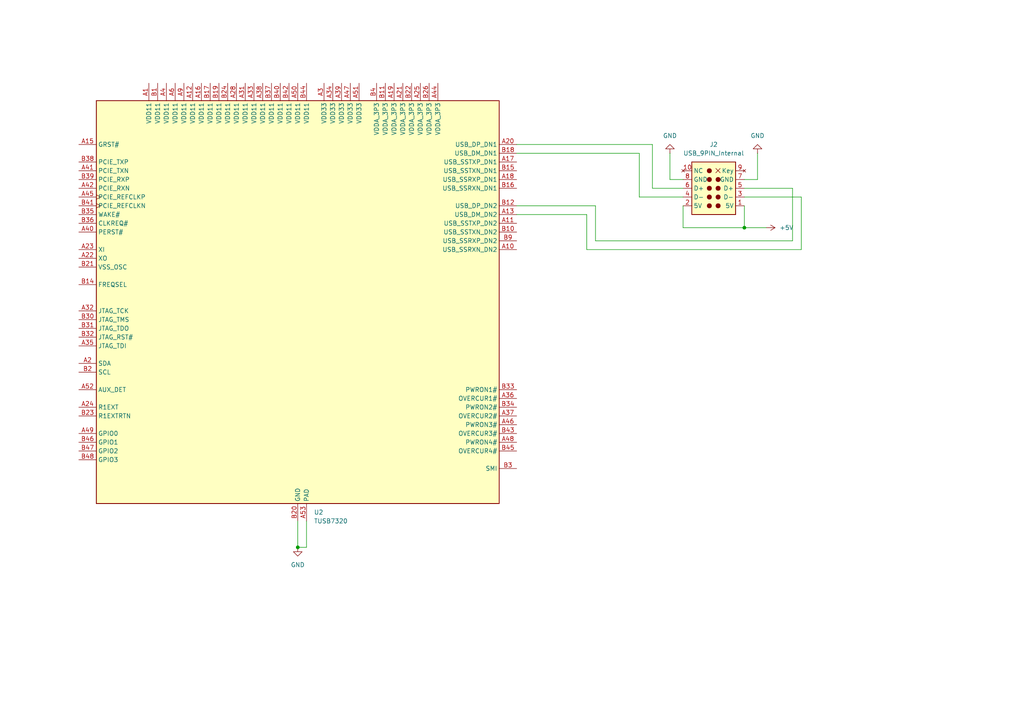
<source format=kicad_sch>
(kicad_sch (version 20250114) (generator "eeschema") (generator_version "9.0")
  (paper "A4")
  (title_block (title "PCI2USB") (date "2025-10-13") (rev "1.0.0") (company "3mdeb Sp. z o.o") (comment 1 "Signals") (comment 2 "Jakub Sobota"))
  (lib_symbols
    (symbol "Connectors:USB_9PIN_Internal" (in_bom no)
      (property "Reference" "J2" (at 3.556 8.89 0))
      (property "Value" "USB_9PIN_Internal" (at 3.556 -9.144 0))
      (symbol "USB_9PIN_Internal_0_1"
        (polyline (pts (xy 1.9372 -4.4906) (xy 3.2072 -5.7606)))
        (polyline (pts (xy 1.9372 -5.7606) (xy 3.2072 -4.4906)))
      )
      (symbol "USB_9PIN_Internal_1_1"
        (rectangle (start -2.54 7.62) (end 10.16 -7.62) (stroke (width 0.254)) (fill (type background)))
        (circle (center 2.54 5.08) (radius 0.635) (fill (type outline)))
        (circle (center 2.54 2.54) (radius 0.635) (fill (type outline)))
        (circle (center 2.54 0) (radius 0.635) (fill (type outline)))
        (circle (center 2.54 -2.54) (radius 0.635) (fill (type outline)))
        (circle (center 5.08 5.08) (radius 0.635) (fill (type outline)))
        (circle (center 5.08 2.54) (radius 0.635) (fill (type outline)))
        (circle (center 5.08 0) (radius 0.635) (fill (type outline)))
        (circle (center 5.08 -2.54) (radius 0.635) (fill (type outline)))
        (circle (center 5.08 -5.08) (radius 0.635) (fill (type outline)))
        (pin power_in line (at -5.08 5.08 0) (length 2.54) (name "5V") (number "1"))
        (pin bidirectional line (at -5.08 2.54 0) (length 2.54) (name "D-") (number "3"))
        (pin bidirectional line (at -5.08 0 0) (length 2.54) (name "D+") (number "5"))
        (pin power_in line (at -5.08 -2.54 0) (length 2.54) (name "GND") (number "7"))
        (pin no_connect line (at -5.08 -5.08 0) (length 2.54) (name "Key") (number "9"))
        (pin passive line (at 12.7 5.08 180) (length 2.54) (name "5V") (number "2"))
        (pin bidirectional line (at 12.7 2.54 180) (length 2.54) (name "D-") (number "4"))
        (pin bidirectional line (at 12.7 0 180) (length 2.54) (name "D+") (number "6"))
        (pin power_in line (at 12.7 -2.54 180) (length 2.54) (name "GND") (number "8"))
        (pin no_connect line (at 12.7 -5.08 180) (length 2.54) (name "NC") (number "10"))
      )
    )
    (symbol "TUSB7320:TUSB7320"
      (property "Reference" "U2" (at 14.8433 -60.96 0))
      (property "Value" "TUSB7320" (at 14.8433 -63.5 0))
      (symbol "TUSB7320_0_1"
        (rectangle (start -58.42 58.42) (end 58.42 -58.42) (stroke (width 0.254)) (fill (type background)))
      )
      (symbol "TUSB7320_1_1"
        (pin input line (at -63.5 45.72 0) (length 5.08) (name "GRST#") (number "A15"))
        (pin output line (at -63.5 40.64 0) (length 5.08) (name "PCIE_TXP") (number "B38"))
        (pin output line (at -63.5 38.1 0) (length 5.08) (name "PCIE_TXN") (number "A41"))
        (pin input line (at -63.5 35.56 0) (length 5.08) (name "PCIE_RXP") (number "B39"))
        (pin input line (at -63.5 33.02 0) (length 5.08) (name "PCIE_RXN") (number "A42"))
        (pin input clock (at -63.5 30.48 0) (length 5.08) (name "PCIE_REFCLKP") (number "A45"))
        (pin input clock (at -63.5 27.94 0) (length 5.08) (name "PCIE_REFCLKN") (number "B41"))
        (pin output line (at -63.5 25.4 0) (length 5.08) (name "WAKE#") (number "B35"))
        (pin input line (at -63.5 22.86 0) (length 5.08) (name "CLKREQ#") (number "B36"))
        (pin input line (at -63.5 20.32 0) (length 5.08) (name "PERST#") (number "A40"))
        (pin input line (at -63.5 15.24 0) (length 5.08) (name "XI") (number "A23"))
        (pin output line (at -63.5 12.7 0) (length 5.08) (name "XO") (number "A22"))
        (pin input line (at -63.5 10.16 0) (length 5.08) (name "VSS_OSC") (number "B21"))
        (pin input line (at -63.5 5.08 0) (length 5.08) (name "FREQSEL") (number "B14"))
        (pin input line (at -63.5 -2.54 0) (length 5.08) (name "JTAG_TCK") (number "A32"))
        (pin input line (at -63.5 -5.08 0) (length 5.08) (name "JTAG_TMS") (number "B30"))
        (pin output line (at -63.5 -7.62 0) (length 5.08) (name "JTAG_TDO") (number "B31"))
        (pin input line (at -63.5 -10.16 0) (length 5.08) (name "JTAG_RST#") (number "B32"))
        (pin input line (at -63.5 -12.7 0) (length 5.08) (name "JTAG_TDI") (number "A35"))
        (pin bidirectional line (at -63.5 -17.78 0) (length 5.08) (name "SDA") (number "A2"))
        (pin bidirectional line (at -63.5 -20.32 0) (length 5.08) (name "SCL") (number "B2"))
        (pin input line (at -63.5 -25.4 0) (length 5.08) (name "AUX_DET") (number "A52"))
        (pin bidirectional line (at -63.5 -30.48 0) (length 5.08) (name "R1EXT") (number "A24"))
        (pin bidirectional line (at -63.5 -33.02 0) (length 5.08) (name "R1EXTRTN") (number "B23"))
        (pin bidirectional line (at -63.5 -38.1 0) (length 5.08) (name "GPIO0") (number "A49"))
        (pin bidirectional line (at -63.5 -40.64 0) (length 5.08) (name "GPIO1") (number "B46"))
        (pin bidirectional line (at -63.5 -43.18 0) (length 5.08) (name "GPIO2") (number "B47"))
        (pin bidirectional line (at -63.5 -45.72 0) (length 5.08) (name "GPIO3") (number "B48"))
        (pin power_in line (at -43.18 63.5 270) (length 5.08) (name "VDD11") (number "A1"))
        (pin power_in line (at -40.64 63.5 270) (length 5.08) (name "VDD11") (number "B1"))
        (pin power_in line (at -38.1 63.5 270) (length 5.08) (name "VDD11") (number "A4"))
        (pin power_in line (at -35.56 63.5 270) (length 5.08) (name "VDD11") (number "A6"))
        (pin power_in line (at -33.02 63.5 270) (length 5.08) (name "VDD11") (number "A9"))
        (pin power_in line (at -30.48 63.5 270) (length 5.08) (name "VDD11") (number "A12"))
        (pin power_in line (at -27.94 63.5 270) (length 5.08) (name "VDD11") (number "A16"))
        (pin power_in line (at -25.4 63.5 270) (length 5.08) (name "VDD11") (number "B17"))
        (pin power_in line (at -22.86 63.5 270) (length 5.08) (name "VDD11") (number "B19"))
        (pin no_connect line (at -22.86 -58.42 90) (length 5.08) (hide yes) (name "NC") (number "B8"))
        (pin power_in line (at -20.32 63.5 270) (length 5.08) (name "VDD11") (number "B24"))
        (pin no_connect line (at -20.32 -58.42 90) (length 5.08) (hide yes) (name "NC") (number "B13"))
        (pin power_in line (at -17.78 63.5 270) (length 5.08) (name "VDD11") (number "A28"))
        (pin no_connect line (at -17.78 -58.42 90) (length 5.08) (hide yes) (name "NC") (number "A14"))
        (pin power_in line (at -15.24 63.5 270) (length 5.08) (name "VDD11") (number "A31"))
        (pin no_connect line (at -15.24 -58.42 90) (length 5.08) (hide yes) (name "NC") (number "A26"))
        (pin power_in line (at -12.7 63.5 270) (length 5.08) (name "VDD11") (number "A33"))
        (pin no_connect line (at -12.7 -58.42 90) (length 5.08) (hide yes) (name "NC") (number "B29"))
        (pin power_in line (at -10.16 63.5 270) (length 5.08) (name "VDD11") (number "A38"))
        (pin no_connect line (at -10.16 -58.42 90) (length 5.08) (hide yes) (name "NC") (number "A43"))
        (pin power_in line (at -7.62 63.5 270) (length 5.08) (name "VDD11") (number "B37"))
        (pin power_in line (at -5.08 63.5 270) (length 5.08) (name "VDD11") (number "B40"))
        (pin power_in line (at -2.54 63.5 270) (length 5.08) (name "VDD11") (number "B42"))
        (pin power_in line (at 0 63.5 270) (length 5.08) (name "VDD11") (number "A50"))
        (pin power_in line (at 0 -63.5 90) (length 5.08) (name "GND") (number "B20"))
        (pin power_in line (at 2.54 63.5 270) (length 5.08) (name "VDD11") (number "B44"))
        (pin power_in line (at 2.54 -63.5 90) (length 5.08) (name "PAD") (number "A53"))
        (pin no_connect line (at 5.08 -63.5 90) (length 5.08) (hide yes) (name "NC") (number "C1"))
        (pin power_in line (at 7.62 63.5 270) (length 5.08) (name "VDD33") (number "A3"))
        (pin no_connect line (at 7.62 -63.5 90) (length 5.08) (hide yes) (name "NC") (number "C2"))
        (pin power_in line (at 10.16 63.5 270) (length 5.08) (name "VDD33") (number "A34"))
        (pin no_connect line (at 10.16 -63.5 90) (length 5.08) (hide yes) (name "NC") (number "C3"))
        (pin power_in line (at 12.7 63.5 270) (length 5.08) (name "VDD33") (number "A39"))
        (pin no_connect line (at 12.7 -63.5 90) (length 5.08) (hide yes) (name "NC") (number "C4"))
        (pin power_in line (at 15.24 63.5 270) (length 5.08) (name "VDD33") (number "A47"))
        (pin power_in line (at 17.78 63.5 270) (length 5.08) (name "VDD33") (number "A51"))
        (pin power_in line (at 22.86 63.5 270) (length 5.08) (name "VDDA_3P3") (number "B4"))
        (pin power_in line (at 25.4 63.5 270) (length 5.08) (name "VDDA_3P3") (number "B11"))
        (pin power_in line (at 27.94 63.5 270) (length 5.08) (name "VDDA_3P3") (number "A19"))
        (pin power_in line (at 30.48 63.5 270) (length 5.08) (name "VDDA_3P3") (number "A21"))
        (pin power_in line (at 33.02 63.5 270) (length 5.08) (name "VDDA_3P3") (number "B22"))
        (pin power_in line (at 35.56 63.5 270) (length 5.08) (name "VDDA_3P3") (number "A25"))
        (pin power_in line (at 38.1 63.5 270) (length 5.08) (name "VDDA_3P3") (number "B26"))
        (pin power_in line (at 40.64 63.5 270) (length 5.08) (name "VDDA_3P3") (number "A44"))
        (pin bidirectional line (at 63.5 45.72 180) (length 5.08) (name "USB_DP_DN1") (number "A20"))
        (pin bidirectional line (at 63.5 43.18 180) (length 5.08) (name "USB_DM_DN1") (number "B18"))
        (pin output line (at 63.5 40.64 180) (length 5.08) (name "USB_SSTXP_DN1") (number "A17"))
        (pin output line (at 63.5 38.1 180) (length 5.08) (name "USB_SSTXN_DN1") (number "B15"))
        (pin input line (at 63.5 35.56 180) (length 5.08) (name "USB_SSRXP_DN1") (number "A18"))
        (pin input line (at 63.5 33.02 180) (length 5.08) (name "USB_SSRXN_DN1") (number "B16"))
        (pin bidirectional line (at 63.5 27.94 180) (length 5.08) (name "USB_DP_DN2") (number "B12"))
        (pin bidirectional line (at 63.5 25.4 180) (length 5.08) (name "USB_DM_DN2") (number "A13"))
        (pin output line (at 63.5 22.86 180) (length 5.08) (name "USB_SSTXP_DN2") (number "A11"))
        (pin output line (at 63.5 20.32 180) (length 5.08) (name "USB_SSTXN_DN2") (number "B10"))
        (pin input line (at 63.5 17.78 180) (length 5.08) (name "USB_SSRXP_DN2") (number "B9"))
        (pin input line (at 63.5 15.24 180) (length 5.08) (name "USB_SSRXN_DN2") (number "A10"))
        (pin no_connect line (at 63.5 10.16 180) (length 5.08) (hide yes) (name "NC") (number "B25"))
        (pin no_connect line (at 63.5 7.62 180) (length 5.08) (hide yes) (name "NC") (number "A27"))
        (pin no_connect line (at 63.5 5.08 180) (length 5.08) (hide yes) (name "NC") (number "B28"))
        (pin no_connect line (at 63.5 2.54 180) (length 5.08) (hide yes) (name "NC") (number "A30"))
        (pin no_connect line (at 63.5 0 180) (length 5.08) (hide yes) (name "NC") (number "B27"))
        (pin no_connect line (at 63.5 -2.54 180) (length 5.08) (hide yes) (name "NC") (number "A29"))
        (pin no_connect line (at 63.5 -7.62 180) (length 5.08) (hide yes) (name "NC") (number "B5"))
        (pin no_connect line (at 63.5 -10.16 180) (length 5.08) (hide yes) (name "NC") (number "A5"))
        (pin no_connect line (at 63.5 -12.7 180) (length 5.08) (hide yes) (name "NC") (number "B7"))
        (pin no_connect line (at 63.5 -15.24 180) (length 5.08) (hide yes) (name "USB_SSTXN_DN4") (number "NC"))
        (pin no_connect line (at 63.5 -17.78 180) (length 5.08) (hide yes) (name "NC") (number "B6"))
        (pin no_connect line (at 63.5 -20.32 180) (length 5.08) (hide yes) (name "NC") (number "A7"))
        (pin output line (at 63.5 -25.4 180) (length 5.08) (name "PWRON1#") (number "B33"))
        (pin input line (at 63.5 -27.94 180) (length 5.08) (name "OVERCUR1#") (number "A36"))
        (pin output line (at 63.5 -30.48 180) (length 5.08) (name "PWRON2#") (number "B34"))
        (pin input line (at 63.5 -33.02 180) (length 5.08) (name "OVERCUR2#") (number "A37"))
        (pin output line (at 63.5 -35.56 180) (length 5.08) (name "PWRON3#") (number "A46"))
        (pin input line (at 63.5 -38.1 180) (length 5.08) (name "OVERCUR3#") (number "B43"))
        (pin output line (at 63.5 -40.64 180) (length 5.08) (name "PWRON4#") (number "A48"))
        (pin input line (at 63.5 -43.18 180) (length 5.08) (name "OVERCUR4#") (number "B45"))
        (pin output line (at 63.5 -48.26 180) (length 5.08) (name "SMI") (number "B3"))
      )
    )
    (symbol "power:+5V" (power) (pin_numbers (hide yes)) (pin_names (offset 0) (hide yes))
      (property "Value" "+5V" (at 0 3.556 0))
      (symbol "+5V_0_1"
        (polyline (pts (xy -0.762 1.27) (xy 0 2.54)))
        (polyline (pts (xy 0 2.54) (xy 0.762 1.27)))
        (polyline (pts (xy 0 0) (xy 0 2.54)))
      )
      (symbol "+5V_1_1"
        (pin power_in line (at 0 0 90) (length 0) (name "~") (number "1"))
      )
    )
    (symbol "power:GND" (power) (pin_numbers (hide yes)) (pin_names (offset 0) (hide yes))
      (property "Value" "GND" (at 0 -3.81 0))
      (symbol "GND_0_1"
        (polyline (pts (xy 0 0) (xy 0 -1.27) (xy 1.27 -1.27) (xy 0 -2.54) (xy -1.27 -1.27) (xy 0 -1.27)))
      )
      (symbol "GND_1_1"
        (pin power_in line (at 0 0 270) (length 0) (name "~") (number "1"))
      )
    )
  )
  (junction (at 215.9 66.04))
  (junction (at 86.36 158.75))
  (wire (pts (xy 189.23 41.91) (xy 149.86 41.91)))
  (wire (pts (xy 189.23 54.61) (xy 189.23 41.91)))
  (wire (pts (xy 149.86 44.45) (xy 185.42 44.45)))
  (wire (pts (xy 219.71 52.07) (xy 219.71 44.45)))
  (wire (pts (xy 198.12 66.04) (xy 215.9 66.04)))
  (wire (pts (xy 198.12 59.69) (xy 198.12 66.04)))
  (wire (pts (xy 149.86 62.23) (xy 170.18 62.23)))
  (wire (pts (xy 185.42 57.15) (xy 198.12 57.15)))
  (wire (pts (xy 86.36 151.13) (xy 86.36 158.75)))
  (wire (pts (xy 222.25 66.04) (xy 215.9 66.04)))
  (wire (pts (xy 198.12 54.61) (xy 189.23 54.61)))
  (wire (pts (xy 198.12 52.07) (xy 194.31 52.07)))
  (wire (pts (xy 170.18 62.23) (xy 170.18 72.39)))
  (wire (pts (xy 172.72 69.85) (xy 172.72 59.69)))
  (wire (pts (xy 194.31 52.07) (xy 194.31 44.45)))
  (wire (pts (xy 185.42 44.45) (xy 185.42 57.15)))
  (wire (pts (xy 215.9 66.04) (xy 215.9 59.69)))
  (wire (pts (xy 229.87 54.61) (xy 229.87 69.85)))
  (wire (pts (xy 215.9 54.61) (xy 229.87 54.61)))
  (wire (pts (xy 88.9 151.13) (xy 88.9 158.75)))
  (wire (pts (xy 232.41 57.15) (xy 215.9 57.15)))
  (wire (pts (xy 229.87 69.85) (xy 172.72 69.85)))
  (wire (pts (xy 170.18 72.39) (xy 232.41 72.39)))
  (wire (pts (xy 215.9 52.07) (xy 219.71 52.07)))
  (wire (pts (xy 88.9 158.75) (xy 86.36 158.75)))
  (wire (pts (xy 232.41 72.39) (xy 232.41 57.15)))
  (wire (pts (xy 172.72 59.69) (xy 149.86 59.69)))
  (symbol (lib_id "power:GND") (at 86.36 158.75 0) (unit 1)
    (property "Reference" "#PWR026" (effects (hide yes)))
    (property "Value" "GND" (at 86.36 163.83 0))
    (property "Description" "Power symbol creates a global label with name \"GND\" , ground" (effects (hide yes)))
  )
  (symbol (lib_id "power:GND") (at 219.71 44.45 180) (unit 1)
    (property "Reference" "#PWR021" (effects (hide yes)))
    (property "Value" "GND" (at 219.71 39.37 0))
    (property "Description" "Power symbol creates a global label with name \"GND\" , ground" (effects (hide yes)))
  )
  (symbol (lib_id "Connectors:USB_9PIN_Internal") (at 210.82 54.61 180) (unit 1) (in_bom no)
    (property "Reference" "J2" (at 207.01 41.91 0))
    (property "Value" "USB_9PIN_Internal" (at 207.01 44.45 0))
    (property "Footprint" "Connectors:USB 9 Pin internal header" (effects (hide yes)))
  )
  (symbol (lib_id "TUSB7320:TUSB7320") (at 86.36 87.63 0) (unit 1)
    (property "Reference" "U2" (at 91.0433 148.59 0) (effects (justify left)))
    (property "Value" "TUSB7320" (at 91.0433 151.13 0) (effects (justify left)))
    (property "Footprint" "TUSB7320:Texas_tusb7340" (effects (hide yes)))
    (property "Datasheet" "http://www.ti.com/general/docs/lit/getliterature.tsp?genericPartNumber=tusb7320&fileType=pdf" (effects (hide yes)))
    (property "Description" "USB 3.0 xHCI Host Controller" (effects (hide yes)))
  )
  (symbol (lib_id "power:GND") (at 194.31 44.45 180) (unit 1)
    (property "Reference" "#PWR019" (effects (hide yes)))
    (property "Value" "GND" (at 194.31 39.37 0))
    (property "Description" "Power symbol creates a global label with name \"GND\" , ground" (effects (hide yes)))
  )
  (symbol (lib_id "power:+5V") (at 222.25 66.04 270) (unit 1)
    (property "Reference" "#PWR022" (effects (hide yes)))
    (property "Value" "+5V" (at 226.06 66.0401 90) (effects (justify left)))
    (property "Description" "Power symbol creates a global label with name \"+5V\"" (effects (hide yes)))
  )
)
</source>
